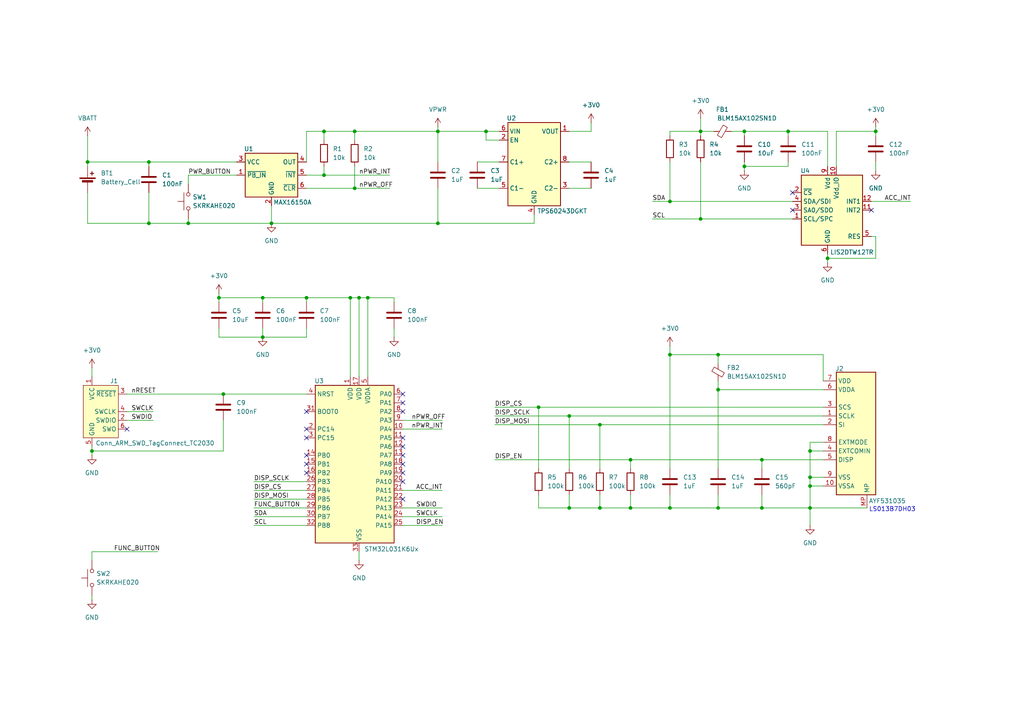
<source format=kicad_sch>
(kicad_sch (version 20231120) (generator "eeschema") (generator_version "8.0")
  (paper "A4")
  (title_block (title "Digital Level") (date "2024-11-13") (rev "v1.0"))
  (lib_symbols
    (symbol "Connector:Conn_ARM_SWD_TagConnect_TC2030" (in_bom no)
      (property "Reference" "J" (at 2.54 11.43 0))
      (property "Value" "Conn_ARM_SWD_TagConnect_TC2030" (at 5.08 8.89 0))
      (symbol "Conn_ARM_SWD_TagConnect_TC2030_0_0"
        (pin power_in line (at -2.54 10.16 270) (length 2.54) (name "VCC") (number "1"))
        (pin bidirectional line (at 7.62 -2.54 180) (length 2.54) (name "SWDIO") (number "2"))
        (pin open_collector line (at 7.62 5.08 180) (length 2.54) (name "~{RESET}") (number "3"))
        (pin output line (at 7.62 0 180) (length 2.54) (name "SWCLK") (number "4"))
        (pin power_in line (at -2.54 -10.16 90) (length 2.54) (name "GND") (number "5"))
        (pin input line (at 7.62 -5.08 180) (length 2.54) (name "SWO") (number "6"))
      )
      (symbol "Conn_ARM_SWD_TagConnect_TC2030_0_1"
        (rectangle (start -5.08 7.62) (end 5.08 -7.62) (fill (type background)))
      )
    )
    (symbol "Device:Battery_Cell" (pin_numbers hide) (pin_names (offset 0) hide)
      (property "Reference" "BT" (at 2.54 2.54 0))
      (property "Value" "Battery_Cell" (at 2.54 0 0))
      (symbol "Battery_Cell_0_1"
        (rectangle (start -2.286 1.778) (end 2.286 1.524) (fill (type outline)))
        (rectangle (start -1.524 1.016) (end 1.524 0.508) (fill (type outline)))
        (polyline (pts (xy 0 0.762) (xy 0 0)))
        (polyline (pts (xy 0 1.778) (xy 0 2.54)))
        (polyline (pts (xy 0.762 3.048) (xy 1.778 3.048)) (stroke (width 0.254)))
        (polyline (pts (xy 1.27 3.556) (xy 1.27 2.54)) (stroke (width 0.254)))
      )
      (symbol "Battery_Cell_1_1"
        (pin passive line (at 0 5.08 270) (length 2.54) (name "+") (number "1"))
        (pin passive line (at 0 -2.54 90) (length 2.54) (name "-") (number "2"))
      )
    )
    (symbol "Device:C" (pin_numbers hide) (pin_names (offset 0.254))
      (property "Reference" "C" (at 0.635 2.54 0))
      (property "Value" "C" (at 0.635 -2.54 0))
      (symbol "C_0_1"
        (polyline (pts (xy -2.032 -0.762) (xy 2.032 -0.762)) (stroke (width 0.508)))
        (polyline (pts (xy -2.032 0.762) (xy 2.032 0.762)) (stroke (width 0.508)))
      )
      (symbol "C_1_1"
        (pin passive line (at 0 3.81 270) (length 2.794) (name "~") (number "1"))
        (pin passive line (at 0 -3.81 90) (length 2.794) (name "~") (number "2"))
      )
    )
    (symbol "Device:FerriteBead_Small" (pin_numbers hide) (pin_names (offset 0))
      (property "Reference" "FB" (at 1.905 1.27 0))
      (property "Value" "FerriteBead_Small" (at 1.905 -1.27 0))
      (symbol "FerriteBead_Small_0_1"
        (polyline (pts (xy 0 -1.27) (xy 0 -0.7874)))
        (polyline (pts (xy 0 0.889) (xy 0 1.2954)))
        (polyline (pts (xy -1.8288 0.2794) (xy -1.1176 1.4986) (xy 1.8288 -0.2032) (xy 1.1176 -1.4224) (xy -1.8288 0.2794)))
      )
      (symbol "FerriteBead_Small_1_1"
        (pin passive line (at 0 2.54 270) (length 1.27) (name "~") (number "1"))
        (pin passive line (at 0 -2.54 90) (length 1.27) (name "~") (number "2"))
      )
    )
    (symbol "Device:R" (pin_numbers hide) (pin_names (offset 0))
      (property "Reference" "R" (at 2.032 0 90))
      (property "Value" "R" (at 0 0 90))
      (symbol "R_0_1"
        (rectangle (start -1.016 -2.54) (end 1.016 2.54) (stroke (width 0.254)))
      )
      (symbol "R_1_1"
        (pin passive line (at 0 3.81 270) (length 1.27) (name "~") (number "1"))
        (pin passive line (at 0 -3.81 90) (length 1.27) (name "~") (number "2"))
      )
    )
    (symbol "MCU_ST_STM32L0:STM32L031K4Ux"
      (property "Reference" "U" (at -10.16 24.13 0))
      (property "Value" "STM32L031K4Ux" (at 7.62 24.13 0))
      (symbol "STM32L031K4Ux_0_1"
        (rectangle (start -10.16 -22.86) (end 12.7 22.86) (stroke (width 0.254)) (fill (type background)))
      )
      (symbol "STM32L031K4Ux_1_1"
        (pin power_in line (at 0 25.4 270) (length 2.54) (name "VDD") (number "1"))
        (pin bidirectional line (at 15.24 10.16 180) (length 2.54) (name "PA4") (number "10"))
        (pin bidirectional line (at 15.24 7.62 180) (length 2.54) (name "PA5") (number "11"))
        (pin bidirectional line (at 15.24 5.08 180) (length 2.54) (name "PA6") (number "12"))
        (pin bidirectional line (at 15.24 2.54 180) (length 2.54) (name "PA7") (number "13"))
        (pin bidirectional line (at -12.7 2.54 0) (length 2.54) (name "PB0") (number "14"))
        (pin bidirectional line (at -12.7 0 0) (length 2.54) (name "PB1") (number "15"))
        (pin bidirectional line (at -12.7 -2.54 0) (length 2.54) (name "PB2") (number "16"))
        (pin power_in line (at 2.54 25.4 270) (length 2.54) (name "VDD") (number "17"))
        (pin bidirectional line (at 15.24 0 180) (length 2.54) (name "PA8") (number "18"))
        (pin bidirectional line (at 15.24 -2.54 180) (length 2.54) (name "PA9") (number "19"))
        (pin bidirectional line (at -12.7 10.16 0) (length 2.54) (name "PC14") (number "2"))
        (pin bidirectional line (at 15.24 -5.08 180) (length 2.54) (name "PA10") (number "20"))
        (pin bidirectional line (at 15.24 -7.62 180) (length 2.54) (name "PA11") (number "21"))
        (pin bidirectional line (at 15.24 -10.16 180) (length 2.54) (name "PA12") (number "22"))
        (pin bidirectional line (at 15.24 -12.7 180) (length 2.54) (name "PA13") (number "23"))
        (pin bidirectional line (at 15.24 -15.24 180) (length 2.54) (name "PA14") (number "24"))
        (pin bidirectional line (at 15.24 -17.78 180) (length 2.54) (name "PA15") (number "25"))
        (pin bidirectional line (at -12.7 -5.08 0) (length 2.54) (name "PB3") (number "26"))
        (pin bidirectional line (at -12.7 -7.62 0) (length 2.54) (name "PB4") (number "27"))
        (pin bidirectional line (at -12.7 -10.16 0) (length 2.54) (name "PB5") (number "28"))
        (pin bidirectional line (at -12.7 -12.7 0) (length 2.54) (name "PB6") (number "29"))
        (pin bidirectional line (at -12.7 7.62 0) (length 2.54) (name "PC15") (number "3"))
        (pin bidirectional line (at -12.7 -15.24 0) (length 2.54) (name "PB7") (number "30"))
        (pin input line (at -12.7 15.24 0) (length 2.54) (name "BOOT0") (number "31"))
        (pin bidirectional line (at -12.7 -17.78 0) (length 2.54) (name "PB8") (number "32"))
        (pin power_in line (at 2.54 -25.4 90) (length 2.54) (name "VSS") (number "33"))
        (pin input line (at -12.7 20.32 0) (length 2.54) (name "NRST") (number "4"))
        (pin power_in line (at 5.08 25.4 270) (length 2.54) (name "VDDA") (number "5"))
        (pin bidirectional line (at 15.24 20.32 180) (length 2.54) (name "PA0") (number "6"))
        (pin bidirectional line (at 15.24 17.78 180) (length 2.54) (name "PA1") (number "7"))
        (pin bidirectional line (at 15.24 15.24 180) (length 2.54) (name "PA2") (number "8"))
        (pin bidirectional line (at 15.24 12.7 180) (length 2.54) (name "PA3") (number "9"))
      )
    )
    (symbol "Sensor_Motion:LIS2DE12"
      (property "Reference" "U" (at -5.08 11.43 0))
      (property "Value" "LIS2DE12" (at 3.81 11.43 0))
      (symbol "LIS2DE12_0_1"
        (rectangle (start -7.62 10.16) (end 10.16 -10.16) (stroke (width 0.254)) (fill (type background)))
      )
      (symbol "LIS2DE12_1_1"
        (pin input line (at -10.16 -2.54 0) (length 2.54) (name "SCL/SPC") (number "1"))
        (pin power_in line (at 2.54 12.7 270) (length 2.54) (name "Vdd_IO") (number "10"))
        (pin output line (at 12.7 0 180) (length 2.54) (name "INT2") (number "11"))
        (pin output line (at 12.7 2.54 180) (length 2.54) (name "INT1") (number "12"))
        (pin input line (at -10.16 5.08 0) (length 2.54) (name "~{CS}") (number "2"))
        (pin bidirectional line (at -10.16 0 0) (length 2.54) (name "SA0/SDO") (number "3"))
        (pin bidirectional line (at -10.16 2.54 0) (length 2.54) (name "SDA/SDI") (number "4"))
        (pin passive line (at 12.7 -7.62 180) (length 2.54) (name "RES") (number "5"))
        (pin power_in line (at 0 -12.7 90) (length 2.54) (name "GND") (number "6"))
        (pin passive line (at 0 -12.7 90) (length 2.54) hide (name "GND") (number "7"))
        (pin passive line (at 0 -12.7 90) (length 2.54) hide (name "GND") (number "8"))
        (pin power_in line (at 0 12.7 270) (length 2.54) (name "Vdd") (number "9"))
      )
    )
    (symbol "Switch:SW_Push" (pin_numbers hide) (pin_names (offset 1.016) hide)
      (property "Reference" "SW" (at 1.27 2.54 0))
      (property "Value" "SW_Push" (at 0 -1.524 0))
      (symbol "SW_Push_0_1"
        (circle (center -2.032 0) (radius 0.508))
        (polyline (pts (xy 0 1.27) (xy 0 3.048)))
        (polyline (pts (xy 2.54 1.27) (xy -2.54 1.27)))
        (circle (center 2.032 0) (radius 0.508))
        (pin passive line (at -5.08 0 0) (length 2.54) (name "1") (number "1"))
        (pin passive line (at 5.08 0 180) (length 2.54) (name "2") (number "2"))
      )
    )
    (symbol "power:+3V0" (power) (pin_numbers hide) (pin_names (offset 0) hide)
      (property "Value" "+3V0" (at 0 3.556 0))
      (symbol "+3V0_0_1"
        (polyline (pts (xy -0.762 1.27) (xy 0 2.54)))
        (polyline (pts (xy 0 0) (xy 0 2.54)))
        (polyline (pts (xy 0 2.54) (xy 0.762 1.27)))
      )
      (symbol "+3V0_1_1"
        (pin power_in line (at 0 0 90) (length 0) (name "~") (number "1"))
      )
    )
    (symbol "power:+BATT" (power) (pin_numbers hide) (pin_names (offset 0) hide)
      (property "Value" "+BATT" (at 0 3.556 0))
      (symbol "+BATT_0_1"
        (polyline (pts (xy -0.762 1.27) (xy 0 2.54)))
        (polyline (pts (xy 0 0) (xy 0 2.54)))
        (polyline (pts (xy 0 2.54) (xy 0.762 1.27)))
      )
      (symbol "+BATT_1_1"
        (pin power_in line (at 0 0 90) (length 0) (name "~") (number "1"))
      )
    )
    (symbol "power:GND" (power) (pin_numbers hide) (pin_names (offset 0) hide)
      (property "Value" "GND" (at 0 -3.81 0))
      (symbol "GND_0_1"
        (polyline (pts (xy 0 0) (xy 0 -1.27) (xy 1.27 -1.27) (xy 0 -2.54) (xy -1.27 -1.27) (xy 0 -1.27)))
      )
      (symbol "GND_1_1"
        (pin power_in line (at 0 0 270) (length 0) (name "~") (number "1"))
      )
    )
    (symbol "project_lib:LS013B7DH03"
      (property "Reference" "J" (at 0.508 1.27 0))
      (property "Value" "LS013B7DH03" (at 16.256 -37.338 0))
      (symbol "LS013B7DH03_1_1"
        (rectangle (start 0 0) (end 11.43 -35.56) (stroke (width 0.254)) (fill (type background)))
        (pin passive line (at -3.81 -12.7 0) (length 3.81) (name "SCLK") (number "1"))
        (pin passive line (at -3.81 -33.02 0) (length 3.81) (name "VSSA") (number "10"))
        (pin passive line (at -3.81 -15.24 0) (length 3.81) (name "SI") (number "2"))
        (pin passive line (at -3.81 -10.16 0) (length 3.81) (name "SCS") (number "3"))
        (pin passive line (at -3.81 -22.86 0) (length 3.81) (name "EXTCOMIN") (number "4"))
        (pin passive line (at -3.81 -25.4 0) (length 3.81) (name "DISP") (number "5"))
        (pin passive line (at -3.81 -5.08 0) (length 3.81) (name "VDDA") (number "6"))
        (pin passive line (at -3.81 -2.54 0) (length 3.81) (name "VDD") (number "7"))
        (pin passive line (at -3.81 -20.32 0) (length 3.81) (name "EXTMODE") (number "8"))
        (pin passive line (at -3.81 -30.48 0) (length 3.81) (name "VSS") (number "9"))
        (pin free line (at 8.89 -39.37 90) (length 3.81) (name "MP") (number "MP"))
      )
    )
    (symbol "project_lib:MAX16150"
      (property "Reference" "U" (at 6.35 -11.43 0))
      (property "Value" "MAX16150" (at 6.604 -13.462 0))
      (symbol "MAX16150_0_1"
        (rectangle (start -7.62 2.54) (end 7.62 -10.16) (stroke (width 0.254)) (fill (type background)))
      )
      (symbol "MAX16150_1_1"
        (pin input line (at -10.16 -3.81 0) (length 2.54) (name "~{PB_IN}") (number "1"))
        (pin power_in line (at 0 -12.7 90) (length 2.54) (name "GND") (number "2"))
        (pin power_in line (at -10.16 0 0) (length 2.54) (name "VCC") (number "3"))
        (pin power_out line (at 10.16 0 180) (length 2.54) (name "OUT") (number "4"))
        (pin open_collector line (at 10.16 -3.81 180) (length 2.54) (name "~{INT}") (number "5"))
        (pin input line (at 10.16 -7.62 180) (length 2.54) (name "~{CLR}") (number "6"))
      )
    )
    (symbol "project_lib:TPS60243DGKT"
      (property "Reference" "U" (at 6.604 -14.224 0))
      (property "Value" "TPS60243DGKT" (at 8.89 -16.256 0))
      (symbol "TPS60243DGKT_0_1"
        (rectangle (start -7.62 11.43) (end 7.62 -12.7) (stroke (width 0.254)) (fill (type background)))
      )
      (symbol "TPS60243DGKT_1_1"
        (pin power_out line (at 10.16 8.89 180) (length 2.54) (name "VOUT") (number "1"))
        (pin input line (at -10.16 6.35 0) (length 2.54) (name "EN") (number "2"))
        (pin passive line (at 10.16 -7.62 180) (length 2.54) (name "C2-") (number "3"))
        (pin power_in line (at 0 -15.24 90) (length 2.54) (name "GND") (number "4"))
        (pin passive line (at -10.16 -7.62 0) (length 2.54) (name "C1-") (number "5"))
        (pin power_in line (at -10.16 8.89 0) (length 2.54) (name "VIN") (number "6"))
        (pin passive line (at -10.16 0 0) (length 2.54) (name "C1+") (number "7"))
        (pin passive line (at 10.16 0 180) (length 2.54) (name "C2+") (number "8"))
      )
    )
  )
  (junction (at 203.2 63.5))
  (junction (at 234.95 130.81))
  (junction (at 165.1 147.32))
  (junction (at 43.18 46.99))
  (junction (at 203.2 38.1))
  (junction (at 173.99 123.19))
  (junction (at 93.98 50.8))
  (junction (at 76.2 86.36))
  (junction (at 64.77 114.3))
  (junction (at 194.31 147.32))
  (junction (at 228.6 38.1))
  (junction (at 182.88 133.35))
  (junction (at 194.31 58.42))
  (junction (at 25.4 46.99))
  (junction (at 88.9 86.36))
  (junction (at 215.9 48.26))
  (junction (at 127 38.1))
  (junction (at 220.98 147.32))
  (junction (at 127 64.77))
  (junction (at 240.03 74.93))
  (junction (at 220.98 133.35))
  (junction (at 54.61 64.77))
  (junction (at 215.9 38.1))
  (junction (at 104.14 86.36))
  (junction (at 102.87 38.1))
  (junction (at 26.67 130.81))
  (junction (at 76.2 97.79))
  (junction (at 208.28 147.32))
  (junction (at 102.87 54.61))
  (junction (at 182.88 147.32))
  (junction (at 101.6 86.36))
  (junction (at 78.74 64.77))
  (junction (at 173.99 147.32))
  (junction (at 234.95 140.97))
  (junction (at 93.98 38.1))
  (junction (at 43.18 64.77))
  (junction (at 234.95 138.43))
  (junction (at 140.97 38.1))
  (junction (at 106.68 86.36))
  (junction (at 194.31 102.87))
  (junction (at 234.95 147.32))
  (junction (at 165.1 120.65))
  (junction (at 208.28 113.03))
  (junction (at 208.28 102.87))
  (junction (at 254 38.1))
  (junction (at 63.5 86.36))
  (junction (at 156.21 118.11))
  (no_connect (at 116.84 119.38))
  (no_connect (at 116.84 137.16))
  (no_connect (at 229.87 60.96))
  (no_connect (at 88.9 124.46))
  (no_connect (at 116.84 114.3))
  (no_connect (at 88.9 134.62))
  (no_connect (at 116.84 116.84))
  (no_connect (at 116.84 129.54))
  (no_connect (at 88.9 132.08))
  (no_connect (at 88.9 119.38))
  (no_connect (at 36.83 124.46))
  (no_connect (at 88.9 137.16))
  (no_connect (at 88.9 127))
  (no_connect (at 116.84 132.08))
  (no_connect (at 252.73 60.96))
  (no_connect (at 116.84 127))
  (no_connect (at 116.84 134.62))
  (no_connect (at 116.84 144.78))
  (no_connect (at 116.84 139.7))
  (no_connect (at 229.87 55.88))
  (wire (pts (xy 104.14 86.36) (xy 106.68 86.36)))
  (wire (pts (xy 238.76 138.43) (xy 234.95 138.43)))
  (wire (pts (xy 54.61 64.77) (xy 78.74 64.77)))
  (wire (pts (xy 215.9 38.1) (xy 228.6 38.1)))
  (wire (pts (xy 127 54.61) (xy 127 64.77)))
  (wire (pts (xy 64.77 121.92) (xy 64.77 130.81)))
  (wire (pts (xy 116.84 121.92) (xy 128.27 121.92)))
  (wire (pts (xy 154.94 62.23) (xy 154.94 64.77)))
  (wire (pts (xy 104.14 160.02) (xy 104.14 162.56)))
  (wire (pts (xy 156.21 118.11) (xy 238.76 118.11)))
  (wire (pts (xy 88.9 95.25) (xy 88.9 97.79)))
  (wire (pts (xy 116.84 124.46) (xy 128.27 124.46)))
  (wire (pts (xy 154.94 64.77) (xy 127 64.77)))
  (wire (pts (xy 143.51 120.65) (xy 165.1 120.65)))
  (wire (pts (xy 234.95 130.81) (xy 238.76 130.81)))
  (wire (pts (xy 73.66 142.24) (xy 88.9 142.24)))
  (wire (pts (xy 25.4 46.99) (xy 43.18 46.99)))
  (wire (pts (xy 203.2 63.5) (xy 229.87 63.5)))
  (wire (pts (xy 88.9 54.61) (xy 102.87 54.61)))
  (wire (pts (xy 63.5 85.09) (xy 63.5 86.36)))
  (wire (pts (xy 25.4 39.37) (xy 25.4 46.99)))
  (wire (pts (xy 116.84 147.32) (xy 128.27 147.32)))
  (wire (pts (xy 104.14 109.22) (xy 104.14 86.36)))
  (wire (pts (xy 73.66 149.86) (xy 88.9 149.86)))
  (wire (pts (xy 228.6 48.26) (xy 215.9 48.26)))
  (wire (pts (xy 182.88 133.35) (xy 182.88 135.89)))
  (wire (pts (xy 25.4 46.99) (xy 25.4 48.26)))
  (wire (pts (xy 203.2 38.1) (xy 203.2 39.37)))
  (wire (pts (xy 76.2 95.25) (xy 76.2 97.79)))
  (wire (pts (xy 234.95 128.27) (xy 234.95 130.81)))
  (wire (pts (xy 101.6 86.36) (xy 101.6 109.22)))
  (wire (pts (xy 88.9 50.8) (xy 93.98 50.8)))
  (wire (pts (xy 140.97 38.1) (xy 144.78 38.1)))
  (wire (pts (xy 234.95 138.43) (xy 234.95 140.97)))
  (wire (pts (xy 140.97 40.64) (xy 140.97 38.1)))
  (wire (pts (xy 73.66 152.4) (xy 88.9 152.4)))
  (wire (pts (xy 73.66 144.78) (xy 88.9 144.78)))
  (wire (pts (xy 194.31 100.33) (xy 194.31 102.87)))
  (wire (pts (xy 54.61 63.5) (xy 54.61 64.77)))
  (wire (pts (xy 208.28 135.89) (xy 208.28 113.03)))
  (wire (pts (xy 171.45 38.1) (xy 171.45 35.56)))
  (wire (pts (xy 143.51 133.35) (xy 182.88 133.35)))
  (wire (pts (xy 228.6 38.1) (xy 228.6 39.37)))
  (wire (pts (xy 106.68 86.36) (xy 106.68 109.22)))
  (wire (pts (xy 194.31 147.32) (xy 208.28 147.32)))
  (wire (pts (xy 93.98 48.26) (xy 93.98 50.8)))
  (wire (pts (xy 194.31 102.87) (xy 194.31 135.89)))
  (wire (pts (xy 26.67 173.99) (xy 26.67 172.72)))
  (wire (pts (xy 68.58 50.8) (xy 54.61 50.8)))
  (wire (pts (xy 194.31 58.42) (xy 229.87 58.42)))
  (wire (pts (xy 88.9 38.1) (xy 93.98 38.1)))
  (wire (pts (xy 43.18 48.26) (xy 43.18 46.99)))
  (wire (pts (xy 238.76 102.87) (xy 238.76 110.49)))
  (wire (pts (xy 208.28 113.03) (xy 238.76 113.03)))
  (wire (pts (xy 173.99 123.19) (xy 238.76 123.19)))
  (wire (pts (xy 203.2 46.99) (xy 203.2 63.5)))
  (wire (pts (xy 165.1 147.32) (xy 173.99 147.32)))
  (wire (pts (xy 127 64.77) (xy 78.74 64.77)))
  (wire (pts (xy 116.84 149.86) (xy 128.27 149.86)))
  (wire (pts (xy 203.2 38.1) (xy 207.01 38.1)))
  (wire (pts (xy 114.3 95.25) (xy 114.3 97.79)))
  (wire (pts (xy 240.03 74.93) (xy 254 74.93)))
  (wire (pts (xy 254 68.58) (xy 252.73 68.58)))
  (wire (pts (xy 165.1 38.1) (xy 171.45 38.1)))
  (wire (pts (xy 25.4 55.88) (xy 25.4 64.77)))
  (wire (pts (xy 254 46.99) (xy 254 49.53)))
  (wire (pts (xy 189.23 63.5) (xy 203.2 63.5)))
  (wire (pts (xy 228.6 46.99) (xy 228.6 48.26)))
  (wire (pts (xy 64.77 130.81) (xy 26.67 130.81)))
  (wire (pts (xy 102.87 38.1) (xy 127 38.1)))
  (wire (pts (xy 156.21 147.32) (xy 165.1 147.32)))
  (wire (pts (xy 63.5 86.36) (xy 76.2 86.36)))
  (wire (pts (xy 26.67 160.02) (xy 26.67 162.56)))
  (wire (pts (xy 26.67 106.68) (xy 26.67 109.22)))
  (wire (pts (xy 234.95 140.97) (xy 234.95 147.32)))
  (wire (pts (xy 182.88 133.35) (xy 220.98 133.35)))
  (wire (pts (xy 73.66 147.32) (xy 88.9 147.32)))
  (wire (pts (xy 54.61 50.8) (xy 54.61 53.34)))
  (wire (pts (xy 88.9 86.36) (xy 101.6 86.36)))
  (wire (pts (xy 93.98 38.1) (xy 93.98 40.64)))
  (wire (pts (xy 64.77 114.3) (xy 88.9 114.3)))
  (wire (pts (xy 78.74 59.69) (xy 78.74 64.77)))
  (wire (pts (xy 43.18 46.99) (xy 68.58 46.99)))
  (wire (pts (xy 165.1 46.99) (xy 171.45 46.99)))
  (wire (pts (xy 165.1 54.61) (xy 171.45 54.61)))
  (wire (pts (xy 242.57 38.1) (xy 242.57 48.26)))
  (wire (pts (xy 194.31 38.1) (xy 203.2 38.1)))
  (wire (pts (xy 254 68.58) (xy 254 74.93)))
  (wire (pts (xy 88.9 97.79) (xy 76.2 97.79)))
  (wire (pts (xy 194.31 39.37) (xy 194.31 38.1)))
  (wire (pts (xy 101.6 86.36) (xy 104.14 86.36)))
  (wire (pts (xy 173.99 143.51) (xy 173.99 147.32)))
  (wire (pts (xy 143.51 123.19) (xy 173.99 123.19)))
  (wire (pts (xy 127 38.1) (xy 140.97 38.1)))
  (wire (pts (xy 36.83 119.38) (xy 44.45 119.38)))
  (wire (pts (xy 88.9 86.36) (xy 88.9 87.63)))
  (wire (pts (xy 215.9 38.1) (xy 215.9 39.37)))
  (wire (pts (xy 182.88 147.32) (xy 194.31 147.32)))
  (wire (pts (xy 102.87 48.26) (xy 102.87 54.61)))
  (wire (pts (xy 234.95 140.97) (xy 238.76 140.97)))
  (wire (pts (xy 102.87 40.64) (xy 102.87 38.1)))
  (wire (pts (xy 36.83 114.3) (xy 64.77 114.3)))
  (wire (pts (xy 26.67 130.81) (xy 26.67 132.08)))
  (wire (pts (xy 254 36.83) (xy 254 38.1)))
  (wire (pts (xy 215.9 46.99) (xy 215.9 48.26)))
  (wire (pts (xy 252.73 58.42) (xy 264.16 58.42)))
  (wire (pts (xy 76.2 86.36) (xy 76.2 87.63)))
  (wire (pts (xy 234.95 130.81) (xy 234.95 138.43)))
  (wire (pts (xy 102.87 54.61) (xy 113.03 54.61)))
  (wire (pts (xy 208.28 143.51) (xy 208.28 147.32)))
  (wire (pts (xy 144.78 40.64) (xy 140.97 40.64)))
  (wire (pts (xy 240.03 74.93) (xy 240.03 76.2)))
  (wire (pts (xy 36.83 121.92) (xy 44.45 121.92)))
  (wire (pts (xy 220.98 135.89) (xy 220.98 133.35)))
  (wire (pts (xy 208.28 102.87) (xy 208.28 105.41)))
  (wire (pts (xy 43.18 55.88) (xy 43.18 64.77)))
  (wire (pts (xy 194.31 46.99) (xy 194.31 58.42)))
  (wire (pts (xy 156.21 118.11) (xy 156.21 135.89)))
  (wire (pts (xy 189.23 58.42) (xy 194.31 58.42)))
  (wire (pts (xy 63.5 97.79) (xy 76.2 97.79)))
  (wire (pts (xy 93.98 50.8) (xy 113.03 50.8)))
  (wire (pts (xy 114.3 86.36) (xy 114.3 87.63)))
  (wire (pts (xy 127 36.83) (xy 127 38.1)))
  (wire (pts (xy 220.98 133.35) (xy 238.76 133.35)))
  (wire (pts (xy 116.84 142.24) (xy 128.27 142.24)))
  (wire (pts (xy 194.31 102.87) (xy 208.28 102.87)))
  (wire (pts (xy 76.2 86.36) (xy 88.9 86.36)))
  (wire (pts (xy 254 38.1) (xy 254 39.37)))
  (wire (pts (xy 173.99 147.32) (xy 182.88 147.32)))
  (wire (pts (xy 138.43 46.99) (xy 144.78 46.99)))
  (wire (pts (xy 240.03 73.66) (xy 240.03 74.93)))
  (wire (pts (xy 251.46 147.32) (xy 234.95 147.32)))
  (wire (pts (xy 156.21 143.51) (xy 156.21 147.32)))
  (wire (pts (xy 138.43 54.61) (xy 144.78 54.61)))
  (wire (pts (xy 173.99 123.19) (xy 173.99 135.89)))
  (wire (pts (xy 215.9 48.26) (xy 215.9 49.53)))
  (wire (pts (xy 212.09 38.1) (xy 215.9 38.1)))
  (wire (pts (xy 182.88 143.51) (xy 182.88 147.32)))
  (wire (pts (xy 93.98 38.1) (xy 102.87 38.1)))
  (wire (pts (xy 43.18 64.77) (xy 25.4 64.77)))
  (wire (pts (xy 26.67 129.54) (xy 26.67 130.81)))
  (wire (pts (xy 238.76 128.27) (xy 234.95 128.27)))
  (wire (pts (xy 63.5 95.25) (xy 63.5 97.79)))
  (wire (pts (xy 254 38.1) (xy 242.57 38.1)))
  (wire (pts (xy 43.18 64.77) (xy 54.61 64.77)))
  (wire (pts (xy 26.67 160.02) (xy 45.72 160.02)))
  (wire (pts (xy 165.1 120.65) (xy 238.76 120.65)))
  (wire (pts (xy 116.84 152.4) (xy 128.27 152.4)))
  (wire (pts (xy 106.68 86.36) (xy 114.3 86.36)))
  (wire (pts (xy 220.98 147.32) (xy 234.95 147.32)))
  (wire (pts (xy 240.03 38.1) (xy 240.03 48.26)))
  (wire (pts (xy 143.51 118.11) (xy 156.21 118.11)))
  (wire (pts (xy 228.6 38.1) (xy 240.03 38.1)))
  (wire (pts (xy 234.95 147.32) (xy 234.95 152.4)))
  (wire (pts (xy 127 46.99) (xy 127 38.1)))
  (wire (pts (xy 63.5 86.36) (xy 63.5 87.63)))
  (wire (pts (xy 165.1 120.65) (xy 165.1 135.89)))
  (wire (pts (xy 220.98 143.51) (xy 220.98 147.32)))
  (wire (pts (xy 165.1 143.51) (xy 165.1 147.32)))
  (wire (pts (xy 208.28 102.87) (xy 238.76 102.87)))
  (wire (pts (xy 208.28 110.49) (xy 208.28 113.03)))
  (wire (pts (xy 208.28 147.32) (xy 220.98 147.32)))
  (wire (pts (xy 73.66 139.7) (xy 88.9 139.7)))
  (wire (pts (xy 88.9 46.99) (xy 88.9 38.1)))
  (wire (pts (xy 194.31 143.51) (xy 194.31 147.32)))
  (wire (pts (xy 203.2 34.29) (xy 203.2 38.1)))
  (text "LS013B7DH03" (at 258.826 147.828 0) (effects (font (size 1.27 1.27))))
  (label "DISP_EN" (at 120.65 152.4 0))
  (label "SWCLK" (at 120.65 149.86 0))
  (label "DISP_SCLK" (at 73.66 139.7 0))
  (label "ACC_INT" (at 256.54 58.42 0))
  (label "nPWR_INT" (at 119.38 124.46 0))
  (label "SCL" (at 189.23 63.5 0))
  (label "SWDIO" (at 120.65 147.32 0))
  (label "PWR_BUTTON" (at 54.61 50.8 0))
  (label "DISP_MOSI" (at 143.51 123.19 0))
  (label "DISP_CS" (at 73.66 142.24 0))
  (label "DISP_MOSI" (at 73.66 144.78 0))
  (label "nRESET" (at 38.1 114.3 0))
  (label "SWDIO" (at 38.1 121.92 0))
  (label "DISP_EN" (at 143.51 133.35 0))
  (label "DISP_SCLK" (at 143.51 120.65 0))
  (label "FUNC_BUTTON" (at 73.66 147.32 0))
  (label "DISP_CS" (at 143.51 118.11 0))
  (label "FUNC_BUTTON" (at 33.02 160.02 0))
  (label "nPWR_INT" (at 104.14 50.8 0))
  (label "SDA" (at 189.23 58.42 0))
  (label "SDA" (at 73.66 149.86 0))
  (label "nPWR_OFF" (at 119.38 121.92 0))
  (label "SCL" (at 73.66 152.4 0))
  (label "nPWR_OFF" (at 104.14 54.61 0))
  (label "ACC_INT" (at 120.65 142.24 0))
  (label "SWCLK" (at 38.1 119.38 0))
  (symbol (lib_id "power:GND") (at 78.74 64.77 0) (unit 1)
    (property "Reference" "#PWR01" (effects (hide yes)))
    (property "Value" "GND" (at 78.74 69.85 0))
    (property "Description" "Power symbol creates a global label with name \"GND\" , ground" (effects (hide yes)))
  )
  (symbol (lib_id "Device:C") (at 114.3 91.44 0) (unit 1)
    (property "Reference" "C8" (at 118.11 90.1699 0) (effects (justify left)))
    (property "Value" "100nF" (at 118.11 92.7099 0) (effects (justify left)))
    (property "Footprint" "Capacitor_SMD:C_0402_1005Metric" (effects (hide yes)))
    (property "Description" "Unpolarized capacitor" (effects (hide yes)))
  )
  (symbol (lib_id "Device:C") (at 194.31 139.7 0) (unit 1)
    (property "Reference" "C13" (at 198.12 138.4299 0) (effects (justify left)))
    (property "Value" "1uF" (at 198.12 140.9699 0) (effects (justify left)))
    (property "Footprint" "Capacitor_SMD:C_0402_1005Metric" (effects (hide yes)))
    (property "Description" "Unpolarized capacitor" (effects (hide yes)))
  )
  (symbol (lib_id "Device:R") (at 93.98 44.45 0) (unit 1)
    (property "Reference" "R1" (at 96.52 43.1799 0) (effects (justify left)))
    (property "Value" "10k" (at 96.52 45.7199 0) (effects (justify left)))
    (property "Footprint" "Resistor_SMD:R_0402_1005Metric" (effects (hide yes)))
    (property "Description" "Resistor" (effects (hide yes)))
  )
  (symbol (lib_id "Device:R") (at 203.2 43.18 0) (unit 1)
    (property "Reference" "R4" (at 205.74 41.9099 0) (effects (justify left)))
    (property "Value" "10k" (at 205.74 44.4499 0) (effects (justify left)))
    (property "Footprint" "Resistor_SMD:R_0603_1608Metric" (effects (hide yes)))
    (property "Description" "Resistor" (effects (hide yes)))
  )
  (symbol (lib_id "power:+3V0") (at 254 36.83 0) (unit 1)
    (property "Reference" "#PWR010" (effects (hide yes)))
    (property "Value" "+3V0" (at 254 31.75 0))
    (property "Description" "Power symbol creates a global label with name \"+3V0\"" (effects (hide yes)))
  )
  (symbol (lib_id "Device:C") (at 64.77 118.11 0) (unit 1)
    (property "Reference" "C9" (at 68.58 116.8399 0) (effects (justify left)))
    (property "Value" "100nF" (at 68.58 119.3799 0) (effects (justify left)))
    (property "Footprint" "Capacitor_SMD:C_0402_1005Metric" (effects (hide yes)))
    (property "Description" "Unpolarized capacitor" (effects (hide yes)))
  )
  (symbol (lib_id "power:+3V0") (at 63.5 85.09 0) (unit 1)
    (property "Reference" "#PWR04" (effects (hide yes)))
    (property "Value" "+3V0" (at 63.5 80.01 0))
    (property "Description" "Power symbol creates a global label with name \"+3V0\"" (effects (hide yes)))
  )
  (symbol (lib_id "power:+3V0") (at 203.2 34.29 0) (unit 1)
    (property "Reference" "#PWR09" (effects (hide yes)))
    (property "Value" "+3V0" (at 203.2 29.21 0))
    (property "Description" "Power symbol creates a global label with name \"+3V0\"" (effects (hide yes)))
  )
  (symbol (lib_id "Device:FerriteBead_Small") (at 208.28 107.95 0) (unit 1)
    (property "Reference" "FB2" (at 210.82 106.6418 0) (effects (justify left)))
    (property "Value" "BLM15AX102SN1D" (at 210.82 109.1818 0) (effects (justify left)))
    (property "Footprint" "Inductor_SMD:L_0402_1005Metric" (effects (hide yes)))
    (property "Description" "Ferrite bead, small symbol" (effects (hide yes)))
  )
  (symbol (lib_id "MCU_ST_STM32L0:STM32L031K4Ux") (at 101.6 134.62 0) (unit 1)
    (property "Reference" "U3" (at 91.186 110.49 0) (effects (justify left)))
    (property "Value" "STM32L031K6Ux" (at 105.664 159.258 0) (effects (justify left)))
    (property "Footprint" "Package_DFN_QFN:QFN-32-1EP_5x5mm_P0.5mm_EP3.45x3.45mm" (effects (hide yes)))
    (property "Datasheet" "https://www.st.com/resource/en/datasheet/stm32l031k4.pdf" (effects (hide yes)))
    (property "Description" "STMicroelectronics Arm Cortex-M0+ MCU, 16KB flash, 8KB RAM, 32 MHz, 1.65-3.6V, 27 GPIO, UFQFPN32" (effects (hide yes)))
  )
  (symbol (lib_id "power:+3V0") (at 26.67 106.68 0) (unit 1)
    (property "Reference" "#PWR014" (effects (hide yes)))
    (property "Value" "+3V0" (at 26.67 101.6 0))
    (property "Description" "Power symbol creates a global label with name \"+3V0\"" (effects (hide yes)))
  )
  (symbol (lib_id "Device:R") (at 173.99 139.7 0) (unit 1)
    (property "Reference" "R7" (at 176.53 138.4299 0) (effects (justify left)))
    (property "Value" "100k" (at 176.53 140.9699 0) (effects (justify left)))
    (property "Footprint" "Resistor_SMD:R_0603_1608Metric" (effects (hide yes)))
    (property "Description" "Resistor" (effects (hide yes)))
  )
  (symbol (lib_id "power:GND") (at 114.3 97.79 0) (unit 1)
    (property "Reference" "#PWR07" (effects (hide yes)))
    (property "Value" "GND" (at 114.3 102.87 0))
    (property "Description" "Power symbol creates a global label with name \"GND\" , ground" (effects (hide yes)))
  )
  (symbol (lib_id "project_lib:LS013B7DH03") (at 242.57 107.95 0) (unit 1)
    (property "Reference" "J2" (at 242.316 106.934 0) (effects (justify left)))
    (property "Value" "AYF531035" (at 251.968 145.288 0) (effects (justify left)))
    (property "Footprint" "project_lib:LS013B7DH03" (effects (hide yes)))
    (property "Datasheet" "https://www.sharpsde.com/fileadmin/products/Displays/Specs/LS013B7DH03_17Oct23_Spec_LD-2023X05.pdf" (effects (hide yes)))
    (property "Description" "SHARP 128x128 Memory LCD with AYF531035 connector" (effects (hide yes)))
  )
  (symbol (lib_id "Connector:Conn_ARM_SWD_TagConnect_TC2030") (at 29.21 119.38 0) (unit 1) (in_bom no)
    (property "Reference" "J1" (at 34.29 110.49 0) (effects (justify right)))
    (property "Value" "Conn_ARM_SWD_TagConnect_TC2030" (at 62.23 128.524 0) (effects (justify right)))
    (property "Footprint" "Connector:Tag-Connect_TC2030-IDC-FP_2x03_P1.27mm_Vertical" (effects (hide yes)))
    (property "Datasheet" "https://www.tag-connect.com/wp-content/uploads/bsk-pdf-manager/TC2030-CTX_1.pdf" (effects (hide yes)))
    (property "Description" "Tag-Connect ARM Cortex SWD JTAG connector, 6 pin" (effects (hide yes)))
  )
  (symbol (lib_id "Device:C") (at 171.45 50.8 0) (unit 1)
    (property "Reference" "C4" (at 175.26 49.5299 0) (effects (justify left)))
    (property "Value" "1uF" (at 175.26 52.0699 0) (effects (justify left)))
    (property "Footprint" "Capacitor_SMD:C_0402_1005Metric" (effects (hide yes)))
    (property "Description" "Unpolarized capacitor" (effects (hide yes)))
  )
  (symbol (lib_id "Device:C") (at 127 50.8 0) (unit 1)
    (property "Reference" "C2" (at 130.81 49.5299 0) (effects (justify left)))
    (property "Value" "1uF" (at 130.81 52.0699 0) (effects (justify left)))
    (property "Footprint" "Capacitor_SMD:C_0402_1005Metric" (effects (hide yes)))
    (property "Description" "Unpolarized capacitor" (effects (hide yes)))
  )
  (symbol (lib_id "Device:C") (at 88.9 91.44 0) (unit 1)
    (property "Reference" "C7" (at 92.71 90.1699 0) (effects (justify left)))
    (property "Value" "100nF" (at 92.71 92.7099 0) (effects (justify left)))
    (property "Footprint" "Capacitor_SMD:C_0402_1005Metric" (effects (hide yes)))
    (property "Description" "Unpolarized capacitor" (effects (hide yes)))
  )
  (symbol (lib_id "Switch:SW_Push") (at 26.67 167.64 90) (unit 1)
    (property "Reference" "SW2" (at 27.94 166.3699 90) (effects (justify right)))
    (property "Value" "SKRKAHE020" (at 27.94 168.9099 90) (effects (justify right)))
    (property "Footprint" "Button_Switch_SMD:SW_Push_SPST_NO_Alps_SKRK" (effects (hide yes)))
    (property "Datasheet" "https://tech.alpsalpine.com/e/products/detail/SKRKAHE020/" (effects (hide yes)))
    (property "Description" "Push button switch, generic, two pins" (effects (hide yes)))
  )
  (symbol (lib_id "Device:C") (at 208.28 139.7 0) (unit 1)
    (property "Reference" "C14" (at 212.09 138.4299 0) (effects (justify left)))
    (property "Value" "1uF" (at 212.09 140.9699 0) (effects (justify left)))
    (property "Footprint" "Capacitor_SMD:C_0402_1005Metric" (effects (hide yes)))
    (property "Description" "Unpolarized capacitor" (effects (hide yes)))
  )
  (symbol (lib_id "Device:R") (at 102.87 44.45 0) (unit 1)
    (property "Reference" "R2" (at 105.41 43.1799 0) (effects (justify left)))
    (property "Value" "10k" (at 105.41 45.7199 0) (effects (justify left)))
    (property "Footprint" "Resistor_SMD:R_0402_1005Metric" (effects (hide yes)))
    (property "Description" "Resistor" (effects (hide yes)))
  )
  (symbol (lib_id "Device:C") (at 76.2 91.44 0) (unit 1)
    (property "Reference" "C6" (at 80.01 90.1699 0) (effects (justify left)))
    (property "Value" "100nF" (at 80.01 92.7099 0) (effects (justify left)))
    (property "Footprint" "Capacitor_SMD:C_0402_1005Metric" (effects (hide yes)))
    (property "Description" "Unpolarized capacitor" (effects (hide yes)))
  )
  (symbol (lib_id "power:+3V0") (at 171.45 35.56 0) (unit 1)
    (property "Reference" "#PWR03" (effects (hide yes)))
    (property "Value" "+3V0" (at 171.45 30.48 0))
    (property "Description" "Power symbol creates a global label with name \"+3V0\"" (effects (hide yes)))
  )
  (symbol (lib_id "Device:R") (at 182.88 139.7 0) (unit 1)
    (property "Reference" "R8" (at 185.42 138.4299 0) (effects (justify left)))
    (property "Value" "100k" (at 185.42 140.9699 0) (effects (justify left)))
    (property "Footprint" "Resistor_SMD:R_0603_1608Metric" (effects (hide yes)))
    (property "Description" "Resistor" (effects (hide yes)))
  )
  (symbol (lib_id "power:GND") (at 26.67 173.99 0) (unit 1)
    (property "Reference" "#PWR016" (effects (hide yes)))
    (property "Value" "GND" (at 26.67 179.07 0))
    (property "Description" "Power symbol creates a global label with name \"GND\" , ground" (effects (hide yes)))
  )
  (symbol (lib_id "Device:C") (at 43.18 52.07 0) (unit 1)
    (property "Reference" "C1" (at 46.99 50.7999 0) (effects (justify left)))
    (property "Value" "100nF" (at 46.99 53.3399 0) (effects (justify left)))
    (property "Footprint" "Capacitor_SMD:C_0402_1005Metric" (effects (hide yes)))
    (property "Description" "Unpolarized capacitor" (effects (hide yes)))
  )
  (symbol (lib_id "Device:C") (at 228.6 43.18 0) (unit 1)
    (property "Reference" "C11" (at 232.41 41.9099 0) (effects (justify left)))
    (property "Value" "100nF" (at 232.41 44.4499 0) (effects (justify left)))
    (property "Footprint" "Capacitor_SMD:C_0402_1005Metric" (effects (hide yes)))
    (property "Description" "Unpolarized capacitor" (effects (hide yes)))
  )
  (symbol (lib_id "Device:R") (at 165.1 139.7 0) (unit 1)
    (property "Reference" "R6" (at 167.64 138.4299 0) (effects (justify left)))
    (property "Value" "100k" (at 167.64 140.9699 0) (effects (justify left)))
    (property "Footprint" "Resistor_SMD:R_0603_1608Metric" (effects (hide yes)))
    (property "Description" "Resistor" (effects (hide yes)))
  )
  (symbol (lib_id "power:GND") (at 234.95 152.4 0) (unit 1)
    (property "Reference" "#PWR017" (effects (hide yes)))
    (property "Value" "GND" (at 234.95 157.48 0))
    (property "Description" "Power symbol creates a global label with name \"GND\" , ground" (effects (hide yes)))
  )
  (symbol (lib_id "power:+BATT") (at 127 36.83 0) (unit 1)
    (property "Reference" "#PWR019" (effects (hide yes)))
    (property "Value" "VPWR" (at 127 31.75 0))
    (property "Description" "Power symbol creates a global label with name \"+BATT\"" (effects (hide yes)))
  )
  (symbol (lib_id "power:GND") (at 240.03 76.2 0) (unit 1)
    (property "Reference" "#PWR013" (effects (hide yes)))
    (property "Value" "GND" (at 240.03 81.28 0))
    (property "Description" "Power symbol creates a global label with name \"GND\" , ground" (effects (hide yes)))
  )
  (symbol (lib_id "power:+BATT") (at 25.4 39.37 0) (unit 1)
    (property "Reference" "#PWR02" (effects (hide yes)))
    (property "Value" "VBATT" (at 25.4 34.29 0))
    (property "Description" "Power symbol creates a global label with name \"+BATT\"" (effects (hide yes)))
  )
  (symbol (lib_id "project_lib:TPS60243DGKT") (at 154.94 46.99 0) (unit 1)
    (property "Reference" "U2" (at 148.336 34.29 0))
    (property "Value" "TPS60243DGKT" (at 163.068 61.214 0))
    (property "Footprint" "Package_SO:VSSOP-8_3x3mm_P0.65mm" (effects (hide yes)))
    (property "Datasheet" "https://www.ti.com/lit/ds/symlink/tps60242.pdf" (effects (hide yes)))
    (property "Description" "25mA 170-µVrms Zero-Ripple Switched Capacitor Buck-Boost" (effects (hide yes)))
  )
  (symbol (lib_id "power:GND") (at 26.67 132.08 0) (unit 1)
    (property "Reference" "#PWR015" (effects (hide yes)))
    (property "Value" "GND" (at 26.67 137.16 0))
    (property "Description" "Power symbol creates a global label with name \"GND\" , ground" (effects (hide yes)))
  )
  (symbol (lib_id "Device:C") (at 254 43.18 0) (unit 1)
    (property "Reference" "C12" (at 257.81 41.9099 0) (effects (justify left)))
    (property "Value" "100nF" (at 257.81 44.4499 0) (effects (justify left)))
    (property "Footprint" "Capacitor_SMD:C_0402_1005Metric" (effects (hide yes)))
    (property "Description" "Unpolarized capacitor" (effects (hide yes)))
  )
  (symbol (lib_id "power:+3V0") (at 194.31 100.33 0) (unit 1)
    (property "Reference" "#PWR018" (effects (hide yes)))
    (property "Value" "+3V0" (at 194.31 95.25 0))
    (property "Description" "Power symbol creates a global label with name \"+3V0\"" (effects (hide yes)))
  )
  (symbol (lib_id "Device:R") (at 194.31 43.18 0) (unit 1)
    (property "Reference" "R3" (at 196.85 41.9099 0) (effects (justify left)))
    (property "Value" "10k" (at 196.85 44.4499 0) (effects (justify left)))
    (property "Footprint" "Resistor_SMD:R_0603_1608Metric" (effects (hide yes)))
    (property "Description" "Resistor" (effects (hide yes)))
  )
  (symbol (lib_id "Device:Battery_Cell") (at 25.4 53.34 0) (unit 1)
    (property "Reference" "BT1" (at 29.21 50.2284 0) (effects (justify left)))
    (property "Value" "Battery_Cell" (at 29.21 52.7684 0) (effects (justify left)))
    (property "Footprint" "Battery:BatteryHolder_Keystone_1058_1x2032" (effects (hide yes)))
    (property "Description" "Single-cell battery" (effects (hide yes)))
  )
  (symbol (lib_id "Device:C") (at 138.43 50.8 0) (unit 1)
    (property "Reference" "C3" (at 142.24 49.5299 0) (effects (justify left)))
    (property "Value" "1uF" (at 142.24 52.0699 0) (effects (justify left)))
    (property "Footprint" "Capacitor_SMD:C_0402_1005Metric" (effects (hide yes)))
    (property "Description" "Unpolarized capacitor" (effects (hide yes)))
  )
  (symbol (lib_id "power:GND") (at 104.14 162.56 0) (unit 1)
    (property "Reference" "#PWR08" (effects (hide yes)))
    (property "Value" "GND" (at 104.14 167.64 0))
    (property "Description" "Power symbol creates a global label with name \"GND\" , ground" (effects (hide yes)))
  )
  (symbol (lib_id "power:GND") (at 215.9 49.53 0) (unit 1)
    (property "Reference" "#PWR011" (effects (hide yes)))
    (property "Value" "GND" (at 215.9 54.61 0))
    (property "Description" "Power symbol creates a global label with name \"GND\" , ground" (effects (hide yes)))
  )
  (symbol (lib_id "power:GND") (at 76.2 97.79 0) (unit 1)
    (property "Reference" "#PWR06" (effects (hide yes)))
    (property "Value" "GND" (at 76.2 102.87 0))
    (property "Description" "Power symbol creates a global label with name \"GND\" , ground" (effects (hide yes)))
  )
  (symbol (lib_id "Device:C") (at 63.5 91.44 0) (unit 1)
    (property "Reference" "C5" (at 67.31 90.1699 0) (effects (justify left)))
    (property "Value" "10uF" (at 67.31 92.7099 0) (effects (justify left)))
    (property "Footprint" "Capacitor_SMD:C_0402_1005Metric" (effects (hide yes)))
    (property "Description" "Unpolarized capacitor" (effects (hide yes)))
  )
  (symbol (lib_id "Switch:SW_Push") (at 54.61 58.42 90) (unit 1)
    (property "Reference" "SW1" (at 55.88 57.1499 90) (effects (justify right)))
    (property "Value" "SKRKAHE020" (at 55.88 59.6899 90) (effects (justify right)))
    (property "Footprint" "Button_Switch_SMD:SW_Push_SPST_NO_Alps_SKRK" (effects (hide yes)))
    (property "Datasheet" "https://tech.alpsalpine.com/e/products/detail/SKRKAHE020/" (effects (hide yes)))
    (property "Description" "Push button switch, generic, two pins" (effects (hide yes)))
  )
  (symbol (lib_id "Device:C") (at 215.9 43.18 0) (unit 1)
    (property "Reference" "C10" (at 219.71 41.9099 0) (effects (justify left)))
    (property "Value" "10uF" (at 219.71 44.4499 0) (effects (justify left)))
    (property "Footprint" "Capacitor_SMD:C_0402_1005Metric" (effects (hide yes)))
    (property "Description" "Unpolarized capacitor" (effects (hide yes)))
  )
  (symbol (lib_id "power:GND") (at 254 49.53 0) (unit 1)
    (property "Reference" "#PWR012" (effects (hide yes)))
    (property "Value" "GND" (at 254 54.61 0))
    (property "Description" "Power symbol creates a global label with name \"GND\" , ground" (effects (hide yes)))
  )
  (symbol (lib_id "Device:FerriteBead_Small") (at 209.55 38.1 90) (unit 1)
    (property "Reference" "FB1" (at 209.5119 31.75 90))
    (property "Value" "BLM15AX102SN1D" (at 216.662 34.29 90))
    (property "Footprint" "Inductor_SMD:L_0402_1005Metric" (effects (hide yes)))
    (property "Description" "Ferrite bead, small symbol" (effects (hide yes)))
  )
  (symbol (lib_id "Device:C") (at 220.98 139.7 0) (unit 1)
    (property "Reference" "C15" (at 224.79 138.4299 0) (effects (justify left)))
    (property "Value" "560pF" (at 224.79 140.9699 0) (effects (justify left)))
    (property "Footprint" "Capacitor_SMD:C_0402_1005Metric" (effects (hide yes)))
    (property "Description" "Unpolarized capacitor" (effects (hide yes)))
  )
  (symbol (lib_id "project_lib:MAX16150") (at 78.74 46.99 0) (unit 1)
    (property "Reference" "U1" (at 72.136 43.18 0))
    (property "Value" "MAX16150A" (at 84.836 58.674 0))
    (property "Footprint" "Package_TO_SOT_SMD:TSOT-23-6_HandSoldering" (effects (hide yes)))
    (property "Datasheet" "https://www.analog.com/media/en/technical-documentation/data-sheets/MAX16150.pdf" (effects (hide yes)))
    (property "Description" "nanoPower Pushbutton On/Off Controller" (effects (hide yes)))
  )
  (symbol (lib_id "Device:R") (at 156.21 139.7 0) (unit 1)
    (property "Reference" "R5" (at 158.75 138.4299 0) (effects (justify left)))
    (property "Value" "100k" (at 158.75 140.9699 0) (effects (justify left)))
    (property "Footprint" "Resistor_SMD:R_0603_1608Metric" (effects (hide yes)))
    (property "Description" "Resistor" (effects (hide yes)))
  )
  (symbol (lib_id "Sensor_Motion:LIS2DE12") (at 240.03 60.96 0) (unit 1)
    (property "Reference" "U4" (at 232.156 49.53 0) (effects (justify left)))
    (property "Value" "LIS2DTW12TR" (at 240.792 73.152 0) (effects (justify left)))
    (property "Footprint" "Package_LGA:LGA-12_2x2mm_P0.5mm" (effects (hide yes)))
    (property "Datasheet" "https://www.st.com/resource/en/datasheet/lis2dtw12.pdf" (effects (hide yes)))
    (property "Description" "3-Axis Accelerometer, 2/4/8/16g range, I2C/SPI interface" (effects (hide yes)))
  )
)
</source>
